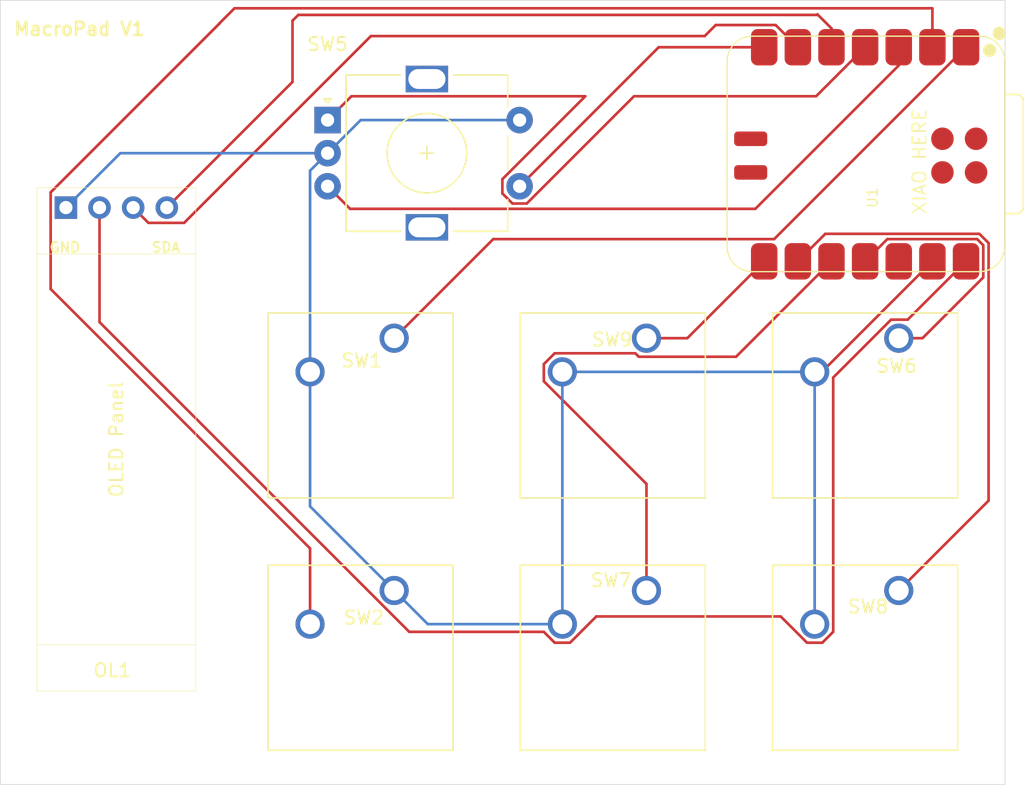
<source format=kicad_pcb>
(kicad_pcb (version 20241229) (generator "pcbnew") (generator_version "9.0")
  (layers (0 "F.Cu" signal) (2 "B.Cu" signal) (13 "F.Paste" user) (15 "B.Paste" user) (5 "F.SilkS" user "F.Silkscreen") (7 "B.SilkS" user "B.Silkscreen") (1 "F.Mask" user) (3 "B.Mask" user) (25 "Edge.Cuts" user))
  (net 0 "")
  (net 1 "GND")
  (net 2 "Net-(OL1-SCL)")
  (net 3 "+5V")
  (net 4 "Net-(OL1-SDA)")
  (net 5 "Net-(U1-GPIO26{slash}ADC0{slash}A0)")
  (net 6 "Net-(U1-GPIO27{slash}ADC1{slash}A1)")
  (net 7 "Net-(U1-GPIO0{slash}TX)")
  (net 8 "Net-(U1-GPIO29{slash}ADC3{slash}A3)")
  (net 9 "Net-(U1-GPIO28{slash}ADC2{slash}A2)")
  (net 10 "Net-(U1-GPIO3{slash}MOSI)")
  (net 11 "Net-(U1-GPIO4{slash}MISO)")
  (net 12 "Net-(U1-GPIO2{slash}SCK)")
  (net 13 "Net-(U1-GPIO1{slash}RX)")
  (footprint "Button_Switch_Keyboard:SW_Cherry_MX_1.00u_PCB" (layer "F.Cu") (at 204.94625 54.45125)
    (property "Reference" "SW6" (at -0.15625 2.09875 0) (layer "F.SilkS"))
    (property "Value" "SW_Push")
    (fp_line (start -9.525 -1.905) (end 4.445 -1.905) (stroke (width 0.12)) (layer "F.SilkS"))
    (fp_line (start -9.525 12.065) (end -9.525 -1.905) (stroke (width 0.12)) (layer "F.SilkS"))
    (fp_line (start 4.445 -1.905) (end 4.445 12.065) (stroke (width 0.12)) (layer "F.SilkS"))
    (fp_line (start 4.445 12.065) (end -9.525 12.065) (stroke (width 0.12)) (layer "F.SilkS"))
    (pad "" np_thru_hole circle (at -7.62 5.08) (size 1.7 1.7) (drill 1.7) (layers "*.Cu" "*.Mask"))
    (pad "" np_thru_hole circle (at -2.54 5.08) (size 4 4) (drill 4) (layers "*.Cu" "*.Mask"))
    (pad "" np_thru_hole circle (at 2.54 5.08) (size 1.7 1.7) (drill 1.7) (layers "*.Cu" "*.Mask"))
    (pad "1" thru_hole circle (at 0 0) (size 2.2 2.2) (drill 1.5) (layers "*.Cu" "*.Mask") (net 10 "Net-(U1-GPIO3{slash}MOSI)"))
    (pad "2" thru_hole circle (at -6.35 2.54) (size 2.2 2.2) (drill 1.5) (layers "*.Cu" "*.Mask") (net 1 "GND"))
  )
  (footprint "Seeed Studio XIAO Series Library:XIAO-RP2040-SMD" (layer "F.Cu") (at 202.40625 40.48125 -90)
    (property "Reference" "U1" (at 2.49875 -0.09375 270) (layer "F.SilkS") (effects (font (size 0.78232 0.78232) (thickness 0.10668)) (justify right top)))
    (property "Value" "XIAO-RP2040-DIP")
    (fp_line (start -6.93 10.418) (end 7.04 10.418) (stroke (width 0.1)) (layer "F.SilkS"))
    (fp_line (start -8.835 8.513) (end -8.835 -8.632) (stroke (width 0.1)) (layer "F.SilkS"))
    (fp_line (start 8.945 8.513) (end 8.945 -8.632) (stroke (width 0.1)) (layer "F.SilkS"))
    (fp_line (start -4.44 -10.537) (end -4.436272 -11.447272) (stroke (width 0.127)) (layer "F.SilkS"))
    (fp_line (start 7.04 -10.537) (end -6.93 -10.537) (stroke (width 0.1)) (layer "F.SilkS"))
    (fp_line (start 4.559 -11.447) (end 4.559 -10.537) (stroke (width 0.127)) (layer "F.SilkS"))
    (fp_line (start -3.936272 -11.947) (end 4.059 -11.947) (stroke (width 0.127)) (layer "F.SilkS"))
    (fp_arc (start -6.93 10.418) (mid -8.277038 9.860038) (end -8.835 8.513) (stroke (width 0.1)) (layer "F.SilkS"))
    (fp_arc (start 8.945 8.513) (mid 8.387038 9.860038) (end 7.04 10.418) (stroke (width 0.1)) (layer "F.SilkS"))
    (fp_arc (start -8.835 -8.636) (mid -8.277038 -9.983038) (end -6.93 -10.541) (stroke (width 0.1)) (layer "F.SilkS"))
    (fp_arc (start 7.04 -10.537) (mid 8.387038 -9.979038) (end 8.945 -8.632) (stroke (width 0.1)) (layer "F.SilkS"))
    (fp_arc (start -4.436272 -11.447272) (mid -4.289724 -11.800644) (end -3.936272 -11.947) (stroke (width 0.127)) (layer "F.SilkS"))
    (fp_arc (start 4.059 -11.947) (mid 4.412553 -11.800553) (end 4.559 -11.447) (stroke (width 0.127)) (layer "F.SilkS"))
    (fp_circle (center -7.771 -9.404) (end -7.771 -9.658) (stroke (width 0.5)) (fill yes) (layer "F.SilkS"))
    (fp_circle (center -9.045 -10.121) (end -9.045 -10.375) (stroke (width 0.5)) (fill yes) (layer "F.SilkS"))
    (pad "1" smd roundrect (at -8 -7.62 270) (size 2.75 2) (layers "F.Cu" "F.Mask" "F.Paste") (net 5 "Net-(U1-GPIO26{slash}ADC0{slash}A0)"))
    (pad "2" smd roundrect (at -8 -5.08 270) (size 2.75 2) (layers "F.Cu" "F.Mask" "F.Paste") (net 6 "Net-(U1-GPIO27{slash}ADC1{slash}A1)"))
    (pad "3" smd roundrect (at -8 -2.54 270) (size 2.75 2) (layers "F.Cu" "F.Mask" "F.Paste") (net 9 "Net-(U1-GPIO28{slash}ADC2{slash}A2)"))
    (pad "4" smd roundrect (at -8 0 270) (size 2.75 2) (layers "F.Cu" "F.Mask" "F.Paste") (net 8 "Net-(U1-GPIO29{slash}ADC3{slash}A3)"))
    (pad "5" smd roundrect (at -8 2.54 270) (size 2.75 2) (layers "F.Cu" "F.Mask" "F.Paste") (net 4 "Net-(OL1-SDA)"))
    (pad "6" smd roundrect (at -8 5.08 270) (size 2.75 2) (layers "F.Cu" "F.Mask" "F.Paste") (net 2 "Net-(OL1-SCL)"))
    (pad "7" smd roundrect (at -8 7.62 270) (size 2.75 2) (layers "F.Cu" "F.Mask" "F.Paste") (net 7 "Net-(U1-GPIO0{slash}TX)"))
    (pad "8" smd roundrect (at 8.165 7.62 270) (size 2.75 2) (layers "F.Cu" "F.Mask" "F.Paste") (net 13 "Net-(U1-GPIO1{slash}RX)"))
    (pad "9" smd roundrect (at 8.165 5.08 270) (size 2.75 2) (layers "F.Cu" "F.Mask" "F.Paste") (net 12 "Net-(U1-GPIO2{slash}SCK)"))
    (pad "10" smd roundrect (at 8.165 2.54 270) (size 2.75 2) (layers "F.Cu" "F.Mask" "F.Paste") (net 11 "Net-(U1-GPIO4{slash}MISO)"))
    (pad "11" smd roundrect (at 8.165 0 270) (size 2.75 2) (layers "F.Cu" "F.Mask" "F.Paste") (net 10 "Net-(U1-GPIO3{slash}MOSI)"))
    (pad "12" smd roundrect (at 8.165 -2.54 270) (size 2.75 2) (layers "F.Cu" "F.Mask" "F.Paste"))
    (pad "13" smd roundrect (at 8.165 -5.08 270) (size 2.75 2) (layers "F.Cu" "F.Mask" "F.Paste") (net 1 "GND"))
    (pad "14" smd roundrect (at 8.165 -7.62 270) (size 2.75 2) (layers "F.Cu" "F.Mask" "F.Paste") (net 3 "+5V"))
    (pad "15" smd roundrect (at -1.088 8.64 180) (size 2.5 1.1) (layers "F.Cu" "F.Mask" "F.Paste"))
    (pad "16" smd roundrect (at 1.452 8.64 180) (size 2.5 1.1) (layers "F.Cu" "F.Mask" "F.Paste"))
    (pad "17" smd circle (at -1.088 -8.378 270) (size 1.7 1.7) (layers "F.Cu" "F.Mask" "F.Paste"))
    (pad "18" smd circle (at 1.452 -8.378 270) (size 1.7 1.7) (layers "F.Cu" "F.Mask" "F.Paste"))
    (pad "19" smd circle (at -1.088 -5.838 270) (size 1.7 1.7) (layers "F.Cu" "F.Mask" "F.Paste"))
    (pad "20" smd circle (at 1.452 -5.838 270) (size 1.7 1.7) (layers "F.Cu" "F.Mask" "F.Paste"))
  )
  (footprint "Button_Switch_Keyboard:SW_Cherry_MX_1.00u_PCB" (layer "F.Cu") (at 166.84625 54.45125)
    (property "Reference" "SW1" (at -2.44625 1.68875 0) (layer "F.SilkS"))
    (property "Value" "SW_Push")
    (fp_line (start -9.525 -1.905) (end 4.445 -1.905) (stroke (width 0.12)) (layer "F.SilkS"))
    (fp_line (start -9.525 12.065) (end -9.525 -1.905) (stroke (width 0.12)) (layer "F.SilkS"))
    (fp_line (start 4.445 -1.905) (end 4.445 12.065) (stroke (width 0.12)) (layer "F.SilkS"))
    (fp_line (start 4.445 12.065) (end -9.525 12.065) (stroke (width 0.12)) (layer "F.SilkS"))
    (pad "" np_thru_hole circle (at -7.62 5.08) (size 1.7 1.7) (drill 1.7) (layers "*.Cu" "*.Mask"))
    (pad "" np_thru_hole circle (at -2.54 5.08) (size 4 4) (drill 4) (layers "*.Cu" "*.Mask"))
    (pad "" np_thru_hole circle (at 2.54 5.08) (size 1.7 1.7) (drill 1.7) (layers "*.Cu" "*.Mask"))
    (pad "1" thru_hole circle (at 0 0) (size 2.2 2.2) (drill 1.5) (layers "*.Cu" "*.Mask") (net 5 "Net-(U1-GPIO26{slash}ADC0{slash}A0)"))
    (pad "2" thru_hole circle (at -6.35 2.54) (size 2.2 2.2) (drill 1.5) (layers "*.Cu" "*.Mask") (net 1 "GND"))
  )
  (footprint "Rotary_Encoder:RotaryEncoder_Alps_EC11E-Switch_Vertical_H20mm" (layer "F.Cu") (at 161.81875 37.98125)
    (property "Reference" "SW5" (at 0.00125 -5.73125 0) (layer "F.SilkS"))
    (property "Value" "RotaryEncoder_Switch")
    (fp_line (start -0.3 -1.6) (end 0.3 -1.6) (stroke (width 0.12)) (layer "F.SilkS"))
    (fp_line (start 0 -1.3) (end -0.3 -1.6) (stroke (width 0.12)) (layer "F.SilkS"))
    (fp_line (start 0.3 -1.6) (end 0 -1.3) (stroke (width 0.12)) (layer "F.SilkS"))
    (fp_line (start 1.4 -3.4) (end 1.4 8.4) (stroke (width 0.12)) (layer "F.SilkS"))
    (fp_line (start 5.5 -3.4) (end 1.4 -3.4) (stroke (width 0.12)) (layer "F.SilkS"))
    (fp_line (start 5.5 8.4) (end 1.4 8.4) (stroke (width 0.12)) (layer "F.SilkS"))
    (fp_line (start 7 2.5) (end 8 2.5) (stroke (width 0.12)) (layer "F.SilkS"))
    (fp_line (start 7.5 2) (end 7.5 3) (stroke (width 0.12)) (layer "F.SilkS"))
    (fp_line (start 9.5 -3.4) (end 13.6 -3.4) (stroke (width 0.12)) (layer "F.SilkS"))
    (fp_line (start 13.6 -3.4) (end 13.6 -1) (stroke (width 0.12)) (layer "F.SilkS"))
    (fp_line (start 13.6 1.2) (end 13.6 3.8) (stroke (width 0.12)) (layer "F.SilkS"))
    (fp_line (start 13.6 6) (end 13.6 8.4) (stroke (width 0.12)) (layer "F.SilkS"))
    (fp_line (start 13.6 8.4) (end 9.5 8.4) (stroke (width 0.12)) (layer "F.SilkS"))
    (fp_circle (center 7.5 2.5) (end 10.5 2.5) (stroke (width 0.12)) (fill no) (layer "F.SilkS"))
    (pad "A" thru_hole rect (at 0 0) (size 2 2) (drill 1) (layers "*.Cu" "*.Mask") (net 8 "Net-(U1-GPIO29{slash}ADC3{slash}A3)"))
    (pad "B" thru_hole circle (at 0 5) (size 2 2) (drill 1) (layers "*.Cu" "*.Mask") (net 9 "Net-(U1-GPIO28{slash}ADC2{slash}A2)"))
    (pad "C" thru_hole circle (at 0 2.5) (size 2 2) (drill 1) (layers "*.Cu" "*.Mask") (net 1 "GND"))
    (pad "MP" thru_hole rect (at 7.5 -3.1) (size 3.2 2) (drill oval 2.8 1.5) (layers "*.Cu" "*.Mask"))
    (pad "MP" thru_hole rect (at 7.5 8.1) (size 3.2 2) (drill oval 2.8 1.5) (layers "*.Cu" "*.Mask"))
    (pad "S1" thru_hole circle (at 14.5 5) (size 2 2) (drill 1) (layers "*.Cu" "*.Mask") (net 7 "Net-(U1-GPIO0{slash}TX)"))
    (pad "S2" thru_hole circle (at 14.5 0) (size 2 2) (drill 1) (layers "*.Cu" "*.Mask") (net 1 "GND"))
  )
  (footprint "KiCad-SSD1306-0.91-OLED-4pin-128x32:SSD1306-0.91-OLED-4pin-128x32" (layer "F.Cu") (at 139.87 81.09 90)
    (property "Reference" "OL1" (at 1.56 5.7 0) (layer "F.SilkS"))
    (property "Value" "OLED")
    (fp_line (start 38 0) (end 0 0) (stroke (width 0.04)) (layer "F.SilkS"))
    (fp_line (start 33 0) (end 33 12) (stroke (width 0.04)) (layer "F.SilkS"))
    (fp_line (start 3.5 0) (end 3.5 12) (stroke (width 0.04)) (layer "F.SilkS"))
    (fp_line (start 0 0) (end 0 12) (stroke (width 0.04)) (layer "F.SilkS"))
    (fp_line (start 38 12) (end 38 0) (stroke (width 0.04)) (layer "F.SilkS"))
    (fp_line (start 0 12) (end 38 12) (stroke (width 0.04)) (layer "F.SilkS"))
    (fp_text user "GND" (at 33.5 2.12 0) (layer "F.SilkS") (effects (font (size 0.75 0.75))))
    (fp_text user "OLED Panel" (at 19 6 90) (layer "F.SilkS"))
    (fp_text user "SDA" (at 33.5 9.74 0) (layer "F.SilkS") (effects (font (size 0.75 0.75))))
    (pad "1" thru_hole rect (at 36.5 2.19 90) (size 1.7 1.7) (drill 1) (layers "*.Cu" "*.Mask") (net 1 "GND"))
    (pad "2" thru_hole oval (at 36.5 4.73 90) (size 1.7 1.7) (drill 1) (layers "*.Cu" "*.Mask") (net 3 "+5V"))
    (pad "3" thru_hole oval (at 36.5 7.27 90) (size 1.7 1.7) (drill 1) (layers "*.Cu" "*.Mask") (net 2 "Net-(OL1-SCL)"))
    (pad "4" thru_hole oval (at 36.5 9.81 90) (size 1.7 1.7) (drill 1) (layers "*.Cu" "*.Mask") (net 4 "Net-(OL1-SDA)"))
  )
  (footprint "Button_Switch_Keyboard:SW_Cherry_MX_1.00u_PCB" (layer "F.Cu") (at 204.94625 73.50125)
    (property "Reference" "SW8" (at -2.31625 1.21875 0) (layer "F.SilkS"))
    (property "Value" "SW_Push")
    (fp_line (start -9.525 -1.905) (end 4.445 -1.905) (stroke (width 0.12)) (layer "F.SilkS"))
    (fp_line (start -9.525 12.065) (end -9.525 -1.905) (stroke (width 0.12)) (layer "F.SilkS"))
    (fp_line (start 4.445 -1.905) (end 4.445 12.065) (stroke (width 0.12)) (layer "F.SilkS"))
    (fp_line (start 4.445 12.065) (end -9.525 12.065) (stroke (width 0.12)) (layer "F.SilkS"))
    (pad "" np_thru_hole circle (at -7.62 5.08) (size 1.7 1.7) (drill 1.7) (layers "*.Cu" "*.Mask"))
    (pad "" np_thru_hole circle (at -2.54 5.08) (size 4 4) (drill 4) (layers "*.Cu" "*.Mask"))
    (pad "" np_thru_hole circle (at 2.54 5.08) (size 1.7 1.7) (drill 1.7) (layers "*.Cu" "*.Mask"))
    (pad "1" thru_hole circle (at 0 0) (size 2.2 2.2) (drill 1.5) (layers "*.Cu" "*.Mask") (net 12 "Net-(U1-GPIO2{slash}SCK)"))
    (pad "2" thru_hole circle (at -6.35 2.54) (size 2.2 2.2) (drill 1.5) (layers "*.Cu" "*.Mask") (net 1 "GND"))
  )
  (footprint "Button_Switch_Keyboard:SW_Cherry_MX_1.00u_PCB" (layer "F.Cu") (at 185.89625 73.50125)
    (property "Reference" "SW7" (at -2.67625 -0.77125 0) (layer "F.SilkS"))
    (property "Value" "SW_Push")
    (fp_line (start -9.525 -1.905) (end 4.445 -1.905) (stroke (width 0.12)) (layer "F.SilkS"))
    (fp_line (start -9.525 12.065) (end -9.525 -1.905) (stroke (width 0.12)) (layer "F.SilkS"))
    (fp_line (start 4.445 -1.905) (end 4.445 12.065) (stroke (width 0.12)) (layer "F.SilkS"))
    (fp_line (start 4.445 12.065) (end -9.525 12.065) (stroke (width 0.12)) (layer "F.SilkS"))
    (pad "" np_thru_hole circle (at -7.62 5.08) (size 1.7 1.7) (drill 1.7) (layers "*.Cu" "*.Mask"))
    (pad "" np_thru_hole circle (at -2.54 5.08) (size 4 4) (drill 4) (layers "*.Cu" "*.Mask"))
    (pad "" np_thru_hole circle (at 2.54 5.08) (size 1.7 1.7) (drill 1.7) (layers "*.Cu" "*.Mask"))
    (pad "1" thru_hole circle (at 0 0) (size 2.2 2.2) (drill 1.5) (layers "*.Cu" "*.Mask") (net 11 "Net-(U1-GPIO4{slash}MISO)"))
    (pad "2" thru_hole circle (at -6.35 2.54) (size 2.2 2.2) (drill 1.5) (layers "*.Cu" "*.Mask") (net 1 "GND"))
  )
  (footprint "Button_Switch_Keyboard:SW_Cherry_MX_1.00u_PCB" (layer "F.Cu") (at 185.89625 54.45125)
    (property "Reference" "SW9" (at -2.58625 0.10875 0) (layer "F.SilkS"))
    (property "Value" "SW_Push")
    (fp_line (start -9.525 -1.905) (end 4.445 -1.905) (stroke (width 0.12)) (layer "F.SilkS"))
    (fp_line (start -9.525 12.065) (end -9.525 -1.905) (stroke (width 0.12)) (layer "F.SilkS"))
    (fp_line (start 4.445 -1.905) (end 4.445 12.065) (stroke (width 0.12)) (layer "F.SilkS"))
    (fp_line (start 4.445 12.065) (end -9.525 12.065) (stroke (width 0.12)) (layer "F.SilkS"))
    (pad "" np_thru_hole circle (at -7.62 5.08) (size 1.7 1.7) (drill 1.7) (layers "*.Cu" "*.Mask"))
    (pad "" np_thru_hole circle (at -2.54 5.08) (size 4 4) (drill 4) (layers "*.Cu" "*.Mask"))
    (pad "" np_thru_hole circle (at 2.54 5.08) (size 1.7 1.7) (drill 1.7) (layers "*.Cu" "*.Mask"))
    (pad "1" thru_hole circle (at 0 0) (size 2.2 2.2) (drill 1.5) (layers "*.Cu" "*.Mask") (net 13 "Net-(U1-GPIO1{slash}RX)"))
    (pad "2" thru_hole circle (at -6.35 2.54) (size 2.2 2.2) (drill 1.5) (layers "*.Cu" "*.Mask") (net 1 "GND"))
  )
  (footprint "Button_Switch_Keyboard:SW_Cherry_MX_1.00u_PCB" (layer "F.Cu") (at 166.84625 73.50125)
    (property "Reference" "SW2" (at -2.28625 2.04875 0) (layer "F.SilkS"))
    (property "Value" "SW_Push")
    (fp_line (start -9.525 -1.905) (end 4.445 -1.905) (stroke (width 0.12)) (layer "F.SilkS"))
    (fp_line (start -9.525 12.065) (end -9.525 -1.905) (stroke (width 0.12)) (layer "F.SilkS"))
    (fp_line (start 4.445 -1.905) (end 4.445 12.065) (stroke (width 0.12)) (layer "F.SilkS"))
    (fp_line (start 4.445 12.065) (end -9.525 12.065) (stroke (width 0.12)) (layer "F.SilkS"))
    (pad "" np_thru_hole circle (at -7.62 5.08) (size 1.7 1.7) (drill 1.7) (layers "*.Cu" "*.Mask"))
    (pad "" np_thru_hole circle (at -2.54 5.08) (size 4 4) (drill 4) (layers "*.Cu" "*.Mask"))
    (pad "" np_thru_hole circle (at 2.54 5.08) (size 1.7 1.7) (drill 1.7) (layers "*.Cu" "*.Mask"))
    (pad "1" thru_hole circle (at 0 0) (size 2.2 2.2) (drill 1.5) (layers "*.Cu" "*.Mask") (net 1 "GND"))
    (pad "2" thru_hole circle (at -6.35 2.54) (size 2.2 2.2) (drill 1.5) (layers "*.Cu" "*.Mask") (net 6 "Net-(U1-GPIO27{slash}ADC1{slash}A1)"))
  )
  (gr_rect (start 137.11 28.94) (end 212.97 88.15) (stroke (width 0.05)) (fill no) (layer "Edge.Cuts"))
  (gr_text "XIAO HERE" (at 207.1 45.17 90) (layer "F.SilkS") (effects (font (size 1 1) (thickness 0.12)) (justify left bottom)))
  (gr_text "MacroPad V1" (at 138.04 31.68 0) (layer "F.SilkS") (effects (font (size 1 1) (thickness 0.2) (bold yes)) (justify left bottom)))
  (segment (start 167.13125 73.50125) (end 167.36 73.73) (width 0.2) (layer "F.Cu") (net 1))
  (segment (start 207.48625 48.64625) (end 199.14125 56.99125) (width 0.2) (layer "F.Cu") (net 1))
  (segment (start 199.14125 56.99125) (end 198.59625 56.99125) (width 0.2) (layer "F.Cu") (net 1))
  (segment (start 166.84625 73.50125) (end 160.49625 67.15125) (width 0.2) (layer "B.Cu") (net 1))
  (segment (start 179.54625 76.04125) (end 169.38625 76.04125) (width 0.2) (layer "B.Cu") (net 1))
  (segment (start 160.49625 56.99125) (end 160.49625 41.80375) (width 0.2) (layer "B.Cu") (net 1))
  (segment (start 169.38625 76.04125) (end 166.84625 73.50125) (width 0.2) (layer "B.Cu") (net 1))
  (segment (start 164.31875 37.98125) (end 176.31875 37.98125) (width 0.2) (layer "B.Cu") (net 1))
  (segment (start 198.59625 56.99125) (end 198.59625 76.04125) (width 0.2) (layer "B.Cu") (net 1))
  (segment (start 160.49625 67.15125) (end 160.49625 56.99125) (width 0.2) (layer "B.Cu") (net 1))
  (segment (start 198.59625 56.99125) (end 179.54625 56.99125) (width 0.2) (layer "B.Cu") (net 1))
  (segment (start 146.16875 40.48125) (end 142.06 44.59) (width 0.2) (layer "B.Cu") (net 1))
  (segment (start 160.49625 41.80375) (end 161.81875 40.48125) (width 0.2) (layer "B.Cu") (net 1))
  (segment (start 161.81875 40.48125) (end 164.31875 37.98125) (width 0.2) (layer "B.Cu") (net 1))
  (segment (start 161.81875 40.48125) (end 146.16875 40.48125) (width 0.2) (layer "B.Cu") (net 1))
  (segment (start 176.31875 37.98125) (end 176.62125 37.98125) (width 0.2) (layer "B.Cu") (net 1))
  (segment (start 179.54625 56.99125) (end 179.54625 76.04125) (width 0.2) (layer "B.Cu") (net 1))
  (segment (start 176.62125 37.98125) (end 176.66 38.02) (width 0.2) (layer "B.Cu") (net 1))
  (segment (start 191.12475 30.80525) (end 190.29 31.64) (width 0.2) (layer "F.Cu") (net 2))
  (segment (start 147.14 44.59) (end 148.291 45.741) (width 0.2) (layer "F.Cu") (net 2))
  (segment (start 150.989 45.741) (end 165.09 31.64) (width 0.2) (layer "F.Cu") (net 2))
  (segment (start 148.291 45.741) (end 150.989 45.741) (width 0.2) (layer "F.Cu") (net 2))
  (segment (start 190.29 31.64) (end 165.09 31.64) (width 0.2) (layer "F.Cu") (net 2))
  (segment (start 195.65025 30.80525) (end 191.12475 30.80525) (width 0.2) (layer "F.Cu") (net 2))
  (segment (start 197.32625 32.48125) (end 195.65025 30.80525) (width 0.2) (layer "F.Cu") (net 2))
  (segment (start 178.14525 76.621564) (end 178.965936 77.44225) (width 0.2) (layer "F.Cu") (net 3))
  (segment (start 167.98525 76.621564) (end 178.14525 76.621564) (width 0.2) (layer "F.Cu") (net 3))
  (segment (start 182.107878 75.460936) (end 196.034622 75.460936) (width 0.2) (layer "F.Cu") (net 3))
  (segment (start 199.176564 77.44225) (end 199.99725 76.621564) (width 0.2) (layer "F.Cu") (net 3))
  (segment (start 199.99725 76.621564) (end 199.99725 57.418936) (width 0.2) (layer "F.Cu") (net 3))
  (segment (start 180.126564 77.44225) (end 182.107878 75.460936) (width 0.2) (layer "F.Cu") (net 3))
  (segment (start 205.62225 53.05025) (end 210.02625 48.64625) (width 0.2) (layer "F.Cu") (net 3))
  (segment (start 144.6 44.59) (end 144.6 53.236314) (width 0.2) (layer "F.Cu") (net 3))
  (segment (start 144.6 53.236314) (end 167.98525 76.621564) (width 0.2) (layer "F.Cu") (net 3))
  (segment (start 196.034622 75.460936) (end 198.015936 77.44225) (width 0.2) (layer "F.Cu") (net 3))
  (segment (start 178.965936 77.44225) (end 180.126564 77.44225) (width 0.2) (layer "F.Cu") (net 3))
  (segment (start 198.015936 77.44225) (end 199.176564 77.44225) (width 0.2) (layer "F.Cu") (net 3))
  (segment (start 199.99725 57.418936) (end 204.365936 53.05025) (width 0.2) (layer "F.Cu") (net 3))
  (segment (start 204.365936 53.05025) (end 205.62225 53.05025) (width 0.2) (layer "F.Cu") (net 3))
  (segment (start 159.17 30.48) (end 159.61 30.04) (width 0.2) (layer "F.Cu") (net 4))
  (segment (start 198.81 30) (end 199.86625 31.05625) (width 0.2) (layer "F.Cu") (net 4))
  (segment (start 159.17 35.1) (end 159.17 30.48) (width 0.2) (layer "F.Cu") (net 4))
  (segment (start 149.68 44.59) (end 159.17 35.1) (width 0.2) (layer "F.Cu") (net 4))
  (segment (start 199.86625 31.05625) (end 199.86625 32.48125) (width 0.2) (layer "F.Cu") (net 4))
  (segment (start 159.61 30.04) (end 198.77 30.04) (width 0.2) (layer "F.Cu") (net 4))
  (segment (start 198.77 30.04) (end 198.81 30) (width 0.2) (layer "F.Cu") (net 4))
  (segment (start 166.84625 54.45125) (end 166.84625 54.64625) (width 0.2) (layer "F.Cu") (net 5))
  (segment (start 195.53725 46.97025) (end 210.02625 32.48125) (width 0.2) (layer "F.Cu") (net 5))
  (segment (start 166.84625 54.64625) (end 167.16 54.96) (width 0.2) (layer "F.Cu") (net 5))
  (segment (start 174.32725 46.97025) (end 195.53725 46.97025) (width 0.2) (layer "F.Cu") (net 5))
  (segment (start 166.84625 54.45125) (end 174.32725 46.97025) (width 0.2) (layer "F.Cu") (net 5))
  (segment (start 207.48625 32.48125) (end 207.48625 29.55725) (width 0.2) (layer "F.Cu") (net 6))
  (segment (start 140.909 50.739) (end 160.49625 70.32625) (width 0.2) (layer "F.Cu") (net 6))
  (segment (start 207.47 29.541) (end 154.789 29.541) (width 0.2) (layer "F.Cu") (net 6))
  (segment (start 207.48625 29.55725) (end 207.47 29.541) (width 0.2) (layer "F.Cu") (net 6))
  (segment (start 140.909 43.439) (end 140.909 50.739) (width 0.2) (layer "F.Cu") (net 6))
  (segment (start 153.66 30.67) (end 153.66 30.688) (width 0.2) (layer "F.Cu") (net 6))
  (segment (start 160.49625 70.32625) (end 160.49625 76.04125) (width 0.2) (layer "F.Cu") (net 6))
  (segment (start 153.66 30.688) (end 140.909 43.439) (width 0.2) (layer "F.Cu") (net 6))
  (segment (start 154.789 29.541) (end 153.66 30.67) (width 0.2) (layer "F.Cu") (net 6))
  (segment (start 186.81875 32.48125) (end 194.78625 32.48125) (width 0.2) (layer "F.Cu") (net 7))
  (segment (start 176.31875 42.98125) (end 186.81875 32.48125) (width 0.2) (layer "F.Cu") (net 7))
  (segment (start 181.277858 36.18225) (end 175.01775 42.442358) (width 0.2) (layer "F.Cu") (net 8))
  (segment (start 175.01775 42.442358) (end 175.01775 43.520142) (width 0.2) (layer "F.Cu") (net 8))
  (segment (start 184.957642 36.18225) (end 198.70525 36.18225) (width 0.2) (layer "F.Cu") (net 8))
  (segment (start 163.61775 36.18225) (end 181.277858 36.18225) (width 0.2) (layer "F.Cu") (net 8))
  (segment (start 198.70525 36.18225) (end 202.40625 32.48125) (width 0.2) (layer "F.Cu") (net 8))
  (segment (start 175.01775 43.520142) (end 175.779858 44.28225) (width 0.2) (layer "F.Cu") (net 8))
  (segment (start 176.857642 44.28225) (end 184.957642 36.18225) (width 0.2) (layer "F.Cu") (net 8))
  (segment (start 161.81875 37.98125) (end 163.61775 36.18225) (width 0.2) (layer "F.Cu") (net 8))
  (segment (start 175.779858 44.28225) (end 176.857642 44.28225) (width 0.2) (layer "F.Cu") (net 8))
  (segment (start 163.52075 44.68325) (end 194.11925 44.68325) (width 0.2) (layer "F.Cu") (net 9))
  (segment (start 194.11925 44.68325) (end 204.94625 33.85625) (width 0.2) (layer "F.Cu") (net 9))
  (segment (start 161.81875 42.98125) (end 163.52075 44.68325) (width 0.2) (layer "F.Cu") (net 9))
  (segment (start 204.94625 33.85625) (end 204.94625 32.48125) (width 0.2) (layer "F.Cu") (net 9))
  (segment (start 204.08225 46.97025) (end 202.40625 48.64625) (width 0.2) (layer "F.Cu") (net 10))
  (segment (start 206.736308 54.45125) (end 211.32725 49.860308) (width 0.2) (layer "F.Cu") (net 10))
  (segment (start 210.865308 46.97025) (end 204.08225 46.97025) (width 0.2) (layer "F.Cu") (net 10))
  (segment (start 211.32725 49.860308) (end 211.32725 47.432192) (width 0.2) (layer "F.Cu") (net 10))
  (segment (start 204.94625 54.45125) (end 206.736308 54.45125) (width 0.2) (layer "F.Cu") (net 10))
  (segment (start 211.32725 47.432192) (end 210.865308 46.97025) (width 0.2) (layer "F.Cu") (net 10))
  (segment (start 178.965936 55.59025) (end 185.053936 55.59025) (width 0.2) (layer "F.Cu") (net 11))
  (segment (start 178.14525 56.410936) (end 178.965936 55.59025) (width 0.2) (layer "F.Cu") (net 11))
  (segment (start 185.89625 73.50125) (end 185.89625 65.45278) (width 0.2) (layer "F.Cu") (net 11))
  (segment (start 178.14525 57.70178) (end 178.14525 56.410936) (width 0.2) (layer "F.Cu") (net 11))
  (segment (start 185.315936 55.85225) (end 192.66025 55.85225) (width 0.2) (layer "F.Cu") (net 11))
  (segment (start 185.053936 55.59025) (end 185.315936 55.85225) (width 0.2) (layer "F.Cu") (net 11))
  (segment (start 185.89625 65.45278) (end 178.14525 57.70178) (width 0.2) (layer "F.Cu") (net 11))
  (segment (start 186.1 73.2975) (end 186.1 73.16) (width 0.2) (layer "F.Cu") (net 11))
  (segment (start 192.66025 55.85225) (end 199.86625 48.64625) (width 0.2) (layer "F.Cu") (net 11))
  (segment (start 211.72825 47.266092) (end 211.031408 46.56925) (width 0.2) (layer "F.Cu") (net 12))
  (segment (start 204.94625 73.50125) (end 211.72825 66.71925) (width 0.2) (layer "F.Cu") (net 12))
  (segment (start 199.40325 46.56925) (end 197.32625 48.64625) (width 0.2) (layer "F.Cu") (net 12))
  (segment (start 211.72825 66.71925) (end 211.72825 47.266092) (width 0.2) (layer "F.Cu") (net 12))
  (segment (start 211.031408 46.56925) (end 199.40325 46.56925) (width 0.2) (layer "F.Cu") (net 12))
  (segment (start 188.98125 54.45125) (end 194.78625 48.64625) (width 0.2) (layer "F.Cu") (net 13))
  (segment (start 185.89625 54.45125) (end 188.98125 54.45125) (width 0.2) (layer "F.Cu") (net 13))
)
</source>
